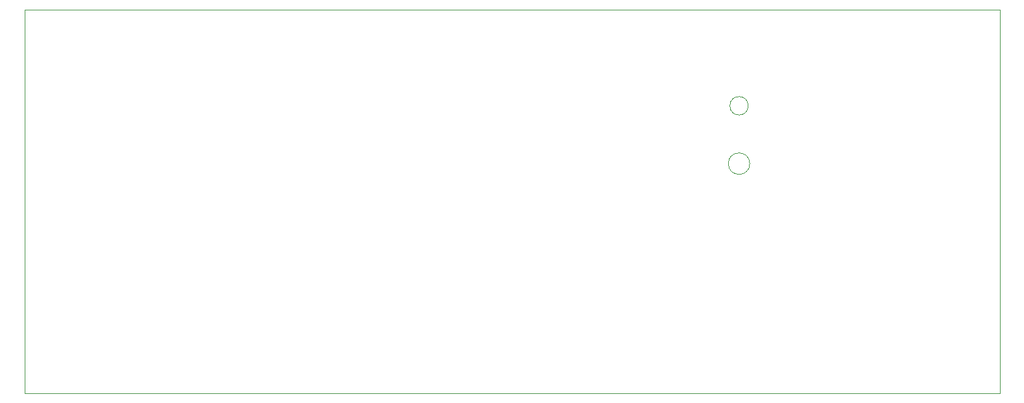
<source format=gm1>
G04 #@! TF.GenerationSoftware,KiCad,Pcbnew,8.0.0-rc1*
G04 #@! TF.CreationDate,2024-01-27T15:59:43+03:00*
G04 #@! TF.ProjectId,RP2040_minimal,52503230-3430-45f6-9d69-6e696d616c2e,REV1*
G04 #@! TF.SameCoordinates,Original*
G04 #@! TF.FileFunction,Profile,NP*
%FSLAX46Y46*%
G04 Gerber Fmt 4.6, Leading zero omitted, Abs format (unit mm)*
G04 Created by KiCad (PCBNEW 8.0.0-rc1) date 2024-01-27 15:59:43*
%MOMM*%
%LPD*%
G01*
G04 APERTURE LIST*
G04 #@! TA.AperFunction,Profile*
%ADD10C,0.050000*%
G04 #@! TD*
G04 APERTURE END LIST*
D10*
X109062500Y-83106000D02*
X236062500Y-83106000D01*
X236062500Y-133106000D01*
X109062500Y-133106000D01*
X109062500Y-83106000D01*
X203302500Y-95606000D02*
G75*
G02*
X200902500Y-95606000I-1200000J0D01*
G01*
X200902500Y-95606000D02*
G75*
G02*
X203302500Y-95606000I1200000J0D01*
G01*
X203502500Y-103156000D02*
G75*
G02*
X200702500Y-103156000I-1400000J0D01*
G01*
X200702500Y-103156000D02*
G75*
G02*
X203502500Y-103156000I1400000J0D01*
G01*
M02*

</source>
